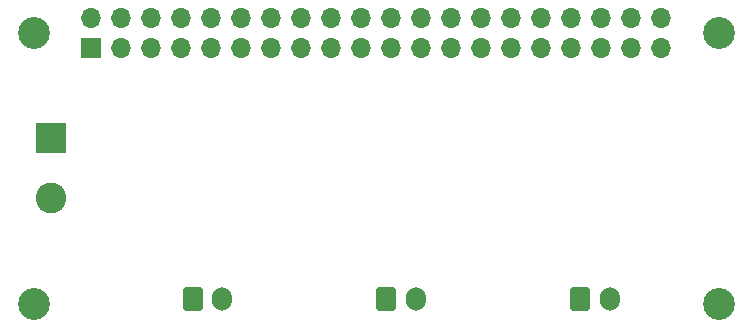
<source format=gbr>
%TF.GenerationSoftware,KiCad,Pcbnew,(6.0.4)*%
%TF.CreationDate,2022-05-04T21:07:06-03:00*%
%TF.ProjectId,SilentFanZeroHAT,53696c65-6e74-4466-916e-5a65726f4841,rev?*%
%TF.SameCoordinates,Original*%
%TF.FileFunction,Soldermask,Bot*%
%TF.FilePolarity,Negative*%
%FSLAX46Y46*%
G04 Gerber Fmt 4.6, Leading zero omitted, Abs format (unit mm)*
G04 Created by KiCad (PCBNEW (6.0.4)) date 2022-05-04 21:07:06*
%MOMM*%
%LPD*%
G01*
G04 APERTURE LIST*
G04 Aperture macros list*
%AMRoundRect*
0 Rectangle with rounded corners*
0 $1 Rounding radius*
0 $2 $3 $4 $5 $6 $7 $8 $9 X,Y pos of 4 corners*
0 Add a 4 corners polygon primitive as box body*
4,1,4,$2,$3,$4,$5,$6,$7,$8,$9,$2,$3,0*
0 Add four circle primitives for the rounded corners*
1,1,$1+$1,$2,$3*
1,1,$1+$1,$4,$5*
1,1,$1+$1,$6,$7*
1,1,$1+$1,$8,$9*
0 Add four rect primitives between the rounded corners*
20,1,$1+$1,$2,$3,$4,$5,0*
20,1,$1+$1,$4,$5,$6,$7,0*
20,1,$1+$1,$6,$7,$8,$9,0*
20,1,$1+$1,$8,$9,$2,$3,0*%
G04 Aperture macros list end*
%ADD10C,2.700000*%
%ADD11RoundRect,0.250000X-0.600000X-0.750000X0.600000X-0.750000X0.600000X0.750000X-0.600000X0.750000X0*%
%ADD12O,1.700000X2.000000*%
%ADD13R,2.600000X2.600000*%
%ADD14C,2.600000*%
%ADD15R,1.700000X1.700000*%
%ADD16O,1.700000X1.700000*%
G04 APERTURE END LIST*
D10*
%TO.C,MK1*%
X203500000Y-97500000D03*
%TD*%
%TO.C,MK3*%
X261500000Y-97500000D03*
%TD*%
%TO.C,MK2*%
X203500000Y-120500000D03*
%TD*%
%TO.C,MK4*%
X261500000Y-120500000D03*
%TD*%
D11*
%TO.C,J3*%
X233350000Y-120075000D03*
D12*
X235850000Y-120075000D03*
%TD*%
D11*
%TO.C,J2*%
X216950000Y-120075000D03*
D12*
X219450000Y-120075000D03*
%TD*%
D11*
%TO.C,J4*%
X249750000Y-120075000D03*
D12*
X252250000Y-120075000D03*
%TD*%
D13*
%TO.C,J1*%
X204940000Y-106460000D03*
D14*
X204940000Y-111540000D03*
%TD*%
D15*
%TO.C,P1*%
X208370000Y-98770000D03*
D16*
X208370000Y-96230000D03*
X210910000Y-98770000D03*
X210910000Y-96230000D03*
X213450000Y-98770000D03*
X213450000Y-96230000D03*
X215990000Y-98770000D03*
X215990000Y-96230000D03*
X218530000Y-98770000D03*
X218530000Y-96230000D03*
X221070000Y-98770000D03*
X221070000Y-96230000D03*
X223610000Y-98770000D03*
X223610000Y-96230000D03*
X226150000Y-98770000D03*
X226150000Y-96230000D03*
X228690000Y-98770000D03*
X228690000Y-96230000D03*
X231230000Y-98770000D03*
X231230000Y-96230000D03*
X233770000Y-98770000D03*
X233770000Y-96230000D03*
X236310000Y-98770000D03*
X236310000Y-96230000D03*
X238850000Y-98770000D03*
X238850000Y-96230000D03*
X241390000Y-98770000D03*
X241390000Y-96230000D03*
X243930000Y-98770000D03*
X243930000Y-96230000D03*
X246470000Y-98770000D03*
X246470000Y-96230000D03*
X249010000Y-98770000D03*
X249010000Y-96230000D03*
X251550000Y-98770000D03*
X251550000Y-96230000D03*
X254090000Y-98770000D03*
X254090000Y-96230000D03*
X256630000Y-98770000D03*
X256630000Y-96230000D03*
%TD*%
M02*

</source>
